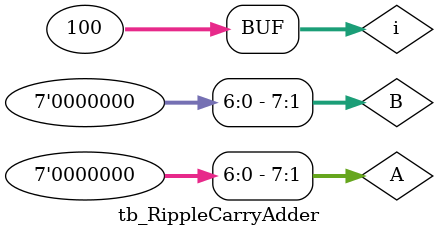
<source format=v>
`timescale 1ns/100ps

module tb_RippleCarryAdder #(parameter N = 8);

	integer i;
	reg [N-1:0] A;
	reg [N-1:0] B;
	reg cin;
	wire [N-1:0] Sum;



	RippleCarryAdder RCA0
	(
		.A(A),
		.B(B),
		.cin(cin),
		.Sum(Sum)
	);
	
	

	initial begin
		A <= 0;
		B <= 0;
		cin <= 0;

		$monitor ("a=%-5d b=%-5d cin=%-5d sum=%-5d", A, B, cin, Sum);

			for (i =0; i<100; i=i+1) begin 
				#1
				A <= $random;
				B <= $random;
				cin <= $random;
			end

	end
	
endmodule




</source>
